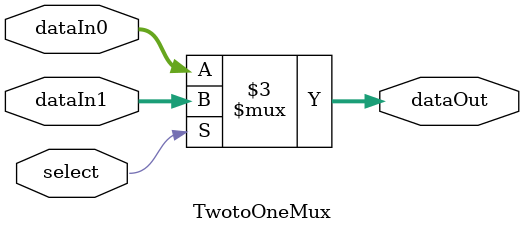
<source format=v>
module TwotoOneMux(select, dataIn0, dataIn1, dataOut);
	parameter BIT_WIDTH = 32;

//use two 2to1Muxes back to back for 3 to 1 muxes

	input select;
	input[BIT_WIDTH-1:0] dataIn0, dataIn1;
	
	output reg[BIT_WIDTH-1:0] dataOut;
	
	always @ (*) begin
		if(select) //if select is one
			dataOut <= dataIn1;
		else
			dataOut <= dataIn0;
	end
	
endmodule

</source>
